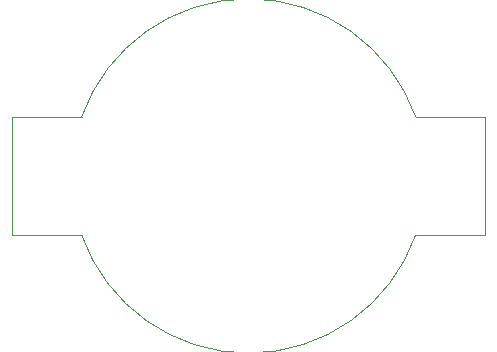
<source format=gbr>
%TF.GenerationSoftware,KiCad,Pcbnew,(6.0.6)*%
%TF.CreationDate,2023-05-18T11:46:39+08:00*%
%TF.ProjectId,JoystickPCB,4a6f7973-7469-4636-9b50-43422e6b6963,rev?*%
%TF.SameCoordinates,Original*%
%TF.FileFunction,Profile,NP*%
%FSLAX46Y46*%
G04 Gerber Fmt 4.6, Leading zero omitted, Abs format (unit mm)*
G04 Created by KiCad (PCBNEW (6.0.6)) date 2023-05-18 11:46:39*
%MOMM*%
%LPD*%
G01*
G04 APERTURE LIST*
%TA.AperFunction,Profile*%
%ADD10C,0.100000*%
%TD*%
G04 APERTURE END LIST*
D10*
X14142137Y4999995D02*
G75*
G03*
X-14142155Y4999946I-14142137J-4999995D01*
G01*
X-20000000Y5000000D02*
X-20000000Y-5000000D01*
X-20000000Y-5000000D02*
X-14142100Y-5000000D01*
X-14142100Y5000000D02*
X-20000000Y5000000D01*
X20000000Y5000000D02*
X20000000Y-5000000D01*
X-14142099Y-5000000D02*
G75*
G03*
X14142137Y-4999995I14142117J4999993D01*
G01*
X14142100Y5000000D02*
X20000000Y5000000D01*
X20000000Y-5000000D02*
X14142100Y-5000000D01*
M02*

</source>
